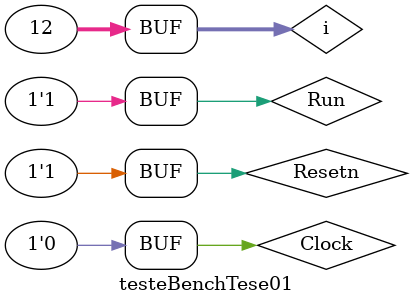
<source format=v>
module testeBenchTese01;
	reg Resetn, Clock, Run,Din;
	wire Done, f, zero;
	wire [2:0] Tstep_Q;
	wire [15:0] r0, r1, r2, r3, r4, r5, r6, pc, a, g, DIN, addr, dout, DATA;
	integer i;

    projetoProcessador proc(Resetn, Clock, Run, Done,r0, r1, r2, r3, r4, r5, r6, pc,DIN);

   initial begin
        Clock = 1'b0;
        Run = 1'b1;
        Resetn = 1'b1;
        $monitor("T%d | Done: %b | r0: %h | r1: %h | r2: %h | r3: %h | r4: %h | r5: %h | r6: %h | buswires: %h | pc: %h | pc_incr: %b\naddr: %d | addr_in: %b | DATA: %h | dout: %h | dout_in: %b | a: %h | g: %h | f: %d | F_in: %b | zero: %b | IR: %b | W: %b\n", 
		  proc.Tstep_Q, Done, proc.r0,proc.r1,proc.r2,proc.r3,proc.r4,proc.r5,proc.r6, proc.BusWires, proc.PC,proc.pc_incr, proc.addr, proc.addr_in, proc.data, proc.DadoMem, proc.DOUT_in, proc.Ra_out,proc.G,proc.F, proc.f_in, proc.zero, proc.saidaIR,proc.wren);
    end

   initial begin
			/*for(i=0;i<23;i=i+1)begin
			#1;
			assign clock=~clock;
			end*/
		  $display("-------------------------------------- MV R0, #2 --------------------------------------");
		  for(i=0;i<8;i=i+1)begin
			 Clock = ~Clock;
			#1;
		  end
		  
		  $display("-------------------------------------- MV R1, #3 --------------------------------------");
		  
		  for(i=0;i<8;i=i+1)begin
			 Clock = ~Clock;
			#1;
		  end
		  
        $display("-------------------------------------- ADD R1, R0 --------------------------------------");
        for(i=0;i<12;i=i+1)begin
			 Clock = ~Clock;
			#1;
		  end
        $display("-------------------------------------- MV R2, R0 --------------------------------------");
        for(i=0;i<8;i=i+1)begin
			 Clock = ~Clock;
			#1;
		  end
        
		  $display("-------------------------------------- ADD R2, #4 --------------------------------------");
		  for(i=0;i<12;i=i+1)begin
			 Clock = ~Clock;
			#1;
		  end
		  
		  $display("-------------------------------------- SUB R2, R1 --------------------------------------");
		  for(i=0;i<12;i=i+1)begin
			 Clock = ~Clock;
			#1;
		  end
		  
		  $display("-------------------------------------- MV R3, R2 --------------------------------------");
		  for(i=0;i<8;i=i+1)begin
			 Clock = ~Clock;
			#1;
		  end
		  
		  $display("-------------------------------------- ADD R0,R3 --------------------------------------");
		  for(i=0;i<12;i=i+1)begin
			 Clock = ~Clock;
			#1;
		  end
		  
		  $display("-------------------------------------- AND R0, R1 --------------------------------------");
		  for(i=0;i<12;i=i+1)begin
			 Clock = ~Clock;
			#1;
		  end
       
		  
		  $display("-------------------------------------- SLL R1, R3  --------------------------------------");
		  for(i=0;i<12;i=i+1)begin
			 Clock = ~Clock;
			#1;
		  end
		  
		  $display("-------------------------------------- SRL R1, R3 --------------------------------------");
		 for(i=0;i<12;i=i+1)begin
			 Clock = ~Clock;
			#1;
		  end
		  
		  $display("-------------------------------------- MV R2, R1 --------------------------------------");
		  for(i=0;i<8;i=i+1)begin
			 Clock = ~Clock;
			#1;
		  end
		  
		  $display("-------------------------------------- AND R2, #3 --------------------------------------");
		  for(i=0;i<12;i=i+1)begin
			 Clock = ~Clock;
			#1;
		  end
		  
		  $display("-------------------------------------- SLL R0, #2 --------------------------------------");
		  for(i=0;i<12;i=i+1)begin
			 Clock = ~Clock;
			#1;
		  end
		  
		  $display("-------------------------------------- SUB R0, #1 --------------------------------------");
		  for(i=0;i<12;i=i+1)begin
			 Clock = ~Clock;
			#1;
		  end
		  
		  $display("-------------------------------------- SRL R1, #2 --------------------------------------");
		  for(i=0;i<12;i=i+1)begin
			 Clock = ~Clock;
			#1;
		  end
		  
		  $display("-------------------------------------- ADD R1, R1 --------------------------------------");
		  for(i=0;i<12;i=i+1)begin
			 Clock = ~Clock;
			#1;
		  end
		  
		  $display("-------------------------------------- LD R2, R0 --------------------------------------");
		  for(i=0;i<12;i=i+1)begin
			 Clock = ~Clock;
			#1;
		  end
		  
		  $display("-------------------------------------- ADD R2, R3 --------------------------------------");
		  for(i=0;i<12;i=i+1)begin
			 Clock = ~Clock;
			#1;
		  end
		  
		  $display("-------------------------------------- SUB R0, #3 --------------------------------------");
		  for(i=0;i<12;i=i+1)begin
			 Clock = ~Clock;
			#1;
		  end
		  
		  $display("-------------------------------------- SD R2, R0 --------------------------------------");
		  for(i=0;i<10;i=i+1)begin
			 Clock = ~Clock;
			#1;
		  end
		  
		  $display("-------------------------------------- LD R0, R0 --------------------------------------");
		  for(i=0;i<12;i=i+1)begin
			 Clock = ~Clock;
			#1;
		  end
		  
		  $display("-------------------------------------- SUB R0, R3 --------------------------------------");
		  for(i=0;i<12;i=i+1)begin
			 Clock = ~Clock;
			#1;
		  end

    end
endmodule
 
</source>
